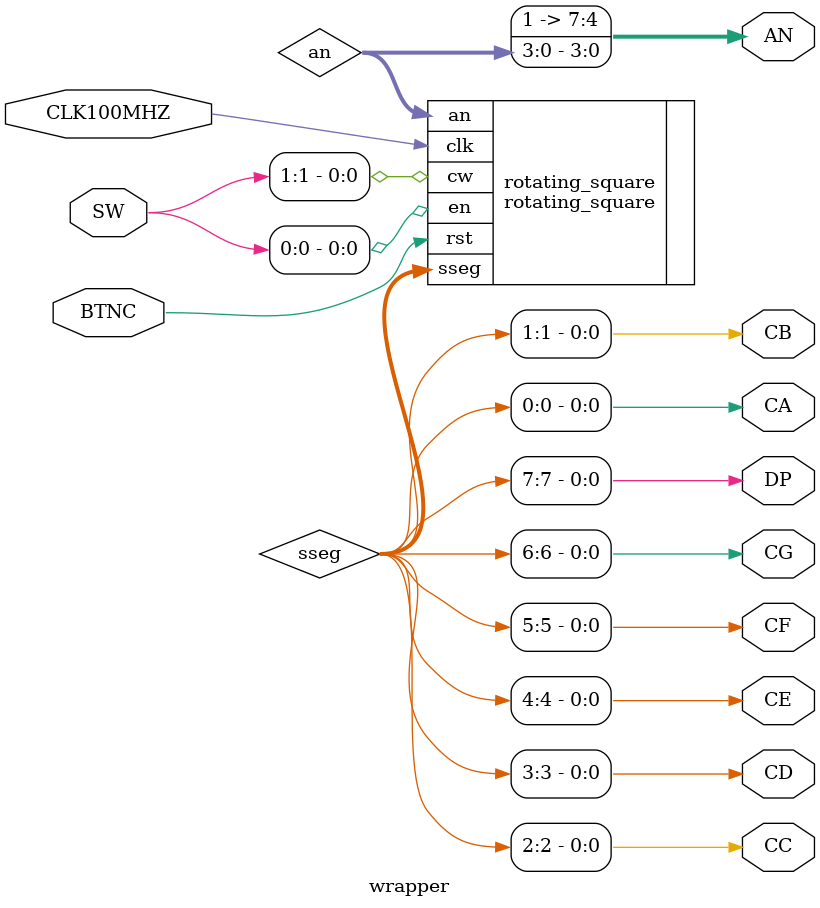
<source format=sv>
module wrapper( 
    input CLK100MHZ, 
    input [15:0] SW, 
    input BTNC, 
    output [7:0] AN,
    output logic CA, 
    output logic CB, 
    output logic CC, 
    output logic CD, 
    output logic CE, 
    output logic CF, 
    output logic CG, 
    output logic DP
    );
        

    logic [7:0] sseg; 
    
    assign CA = sseg[0];
    assign CB = sseg[1];
    assign CC = sseg[2];
    assign CD = sseg[3];
    assign CE = sseg[4];
    assign CF = sseg[5];
    assign CG = sseg[6]; 
    assign DP = sseg[7];
    
    logic [3:0] an; 
    assign AN[3:0] = an; 
    assign AN[7:4] = 4'b1111; 
     
    rotating_square rotating_square( 
        .clk(CLK100MHZ), 
        .rst(BTNC),
        .en(SW[0]),
        .cw(SW[1]),
        .an(an),
        .sseg(sseg)
        );
    

    

    

endmodule
</source>
